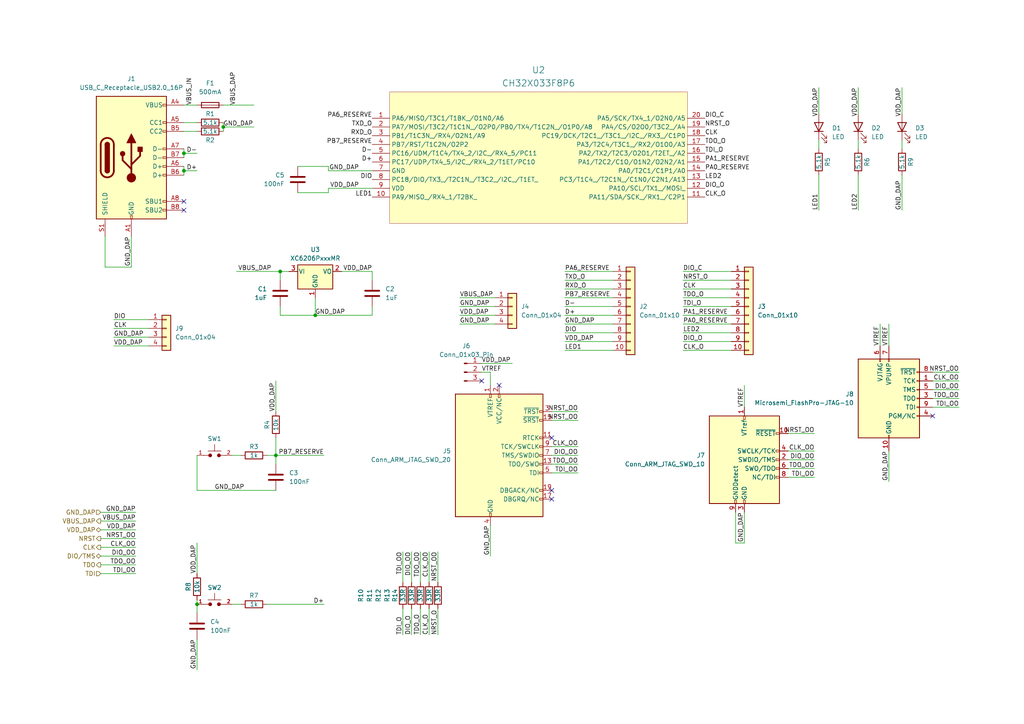
<source format=kicad_sch>
(kicad_sch (version 20231120) (generator "eeschema") (generator_version "8.0")
  (paper "A4")
  (title_block (title "CH32X033F8P6 UltraLowCost DAPLink") (date "2024-06-22") (rev "Origin") (company "Author:Alipay"))
  (lib_symbols
    (symbol "CHXXX:CH32X033F8P6"
      (property "Reference" "U" (at 71.628 0 0))
      (property "Value" "CH32X033F8P6" (at 71.628 -2.54 0))
      (symbol "CH32X033F8P6_1_0"
        (rectangle (start 86.36 0) (end 0 -38.1) (stroke (width 0.0254) (color 128 0 0 1)) (fill (type background)))
        (pin bidirectional line (at -5.08 -7.62 0) (length 5.08) (name "PA6/MISO/T3C1/T1BK_/O1N0/A6") (number "1"))
        (pin bidirectional line (at -5.08 -30.48 0) (length 5.08) (name "PA9/MISO_/RX4_1/T2BK_") (number "10"))
        (pin bidirectional line (at 91.44 -30.48 180) (length 5.08) (name "PA11/SDA/SCK_/RX1_/C2P1") (number "11"))
        (pin bidirectional line (at 91.44 -27.94 180) (length 5.08) (name "PA10/SCL/TX1_/MOSI_") (number "12"))
        (pin bidirectional line (at 91.44 -25.4 180) (length 5.08) (name "PC3/T1C4_/T2C1N_/C1N0/C2N1/A13") (number "13"))
        (pin bidirectional line (at 91.44 -22.86 180) (length 5.08) (name "PA0/T2C1/C1P1/A0") (number "14"))
        (pin bidirectional line (at 91.44 -20.32 180) (length 5.08) (name "PA1/T2C2/C1O/O1N2/O2N2/A1") (number "15"))
        (pin bidirectional line (at 91.44 -17.78 180) (length 5.08) (name "PA2/TX2/T2C3/O2O1/T2ET_/A2") (number "16"))
        (pin bidirectional line (at 91.44 -15.24 180) (length 5.08) (name "PA3/T2C4/T3C1_/RX2/O1O0/A3") (number "17"))
        (pin bidirectional line (at 91.44 -12.7 180) (length 5.08) (name "PC19/DCK/T2C1_/T3C1_/I2C_/RX3_/C1P0") (number "18"))
        (pin bidirectional line (at 91.44 -10.16 180) (length 5.08) (name "PA4/CS/O2O0/T3C2_/A4") (number "19"))
        (pin bidirectional line (at -5.08 -10.16 0) (length 5.08) (name "PA7/MOSI/T3C2/T1C1N_/O2P0/PB0/TX4/T1C2N_/O1P0/A8") (number "2"))
        (pin bidirectional line (at 91.44 -7.62 180) (length 5.08) (name "PA5/SCK/TX4_1/O2N0/A5") (number "20"))
        (pin bidirectional line (at -5.08 -12.7 0) (length 5.08) (name "PB1/T1C3N_/RX4/O2N1/A9") (number "3"))
        (pin bidirectional line (at -5.08 -15.24 0) (length 5.08) (name "PB7/RST/T1C2N/O2P2") (number "4"))
        (pin bidirectional line (at -5.08 -17.78 0) (length 5.08) (name "PC16/UDM/T1C4/TX4_2/I2C_/RX4_5/PC11") (number "5"))
        (pin bidirectional line (at -5.08 -20.32 0) (length 5.08) (name "PC17/UDP/TX4_5/I2C_/RX4_2/T1ET/PC10") (number "6"))
        (pin power_in line (at -5.08 -22.86 0) (length 5.08) (name "GND") (number "7"))
        (pin bidirectional line (at -5.08 -25.4 0) (length 5.08) (name "PC18/DIO/TX3_/T2C1N_/T3C2_/I2C_/T1ET_") (number "8"))
        (pin power_in line (at -5.08 -27.94 0) (length 5.08) (name "VDD") (number "9"))
      )
    )
    (symbol "Connector:Conn_01x03_Pin" (pin_names (offset 1.016) hide)
      (property "Reference" "J" (at 0 5.08 0))
      (property "Value" "Conn_01x03_Pin" (at 0 -5.08 0))
      (symbol "Conn_01x03_Pin_1_1"
        (polyline (pts (xy 1.27 -2.54) (xy 0.8636 -2.54)) (stroke (width 0.1524)))
        (polyline (pts (xy 1.27 0) (xy 0.8636 0)) (stroke (width 0.1524)))
        (polyline (pts (xy 1.27 2.54) (xy 0.8636 2.54)) (stroke (width 0.1524)))
        (rectangle (start 0.8636 -2.413) (end 0 -2.667) (stroke (width 0.1524)) (fill (type outline)))
        (rectangle (start 0.8636 0.127) (end 0 -0.127) (stroke (width 0.1524)) (fill (type outline)))
        (rectangle (start 0.8636 2.667) (end 0 2.413) (stroke (width 0.1524)) (fill (type outline)))
        (pin passive line (at 5.08 2.54 180) (length 3.81) (name "Pin_1") (number "1"))
        (pin passive line (at 5.08 0 180) (length 3.81) (name "Pin_2") (number "2"))
        (pin passive line (at 5.08 -2.54 180) (length 3.81) (name "Pin_3") (number "3"))
      )
    )
    (symbol "Connector:Conn_ARM_JTAG_SWD_10" (pin_names (offset 1.016))
      (property "Reference" "J" (at -2.54 16.51 0))
      (property "Value" "Conn_ARM_JTAG_SWD_10" (at -2.54 13.97 0))
      (symbol "Conn_ARM_JTAG_SWD_10_0_1"
        (rectangle (start -10.16 12.7) (end 10.16 -12.7) (stroke (width 0.254)) (fill (type background)))
        (rectangle (start -2.794 -12.7) (end -2.286 -11.684))
        (rectangle (start -0.254 -12.7) (end 0.254 -11.684))
        (rectangle (start -0.254 12.7) (end 0.254 11.684))
        (rectangle (start 9.144 2.286) (end 10.16 2.794))
        (rectangle (start 10.16 -2.794) (end 9.144 -2.286))
        (rectangle (start 10.16 -0.254) (end 9.144 0.254))
        (rectangle (start 10.16 7.874) (end 9.144 7.366))
      )
      (symbol "Conn_ARM_JTAG_SWD_10_1_1"
        (rectangle (start 9.144 -5.334) (end 10.16 -4.826))
        (pin power_in line (at 0 15.24 270) (length 2.54) (name "VTref") (number "1"))
        (pin open_collector line (at 12.7 7.62 180) (length 2.54) (name "~{RESET}") (number "10"))
        (pin bidirectional line (at 12.7 0 180) (length 2.54) (name "SWDIO/TMS") (number "2"))
        (pin power_in line (at 0 -15.24 90) (length 2.54) (name "GND") (number "3"))
        (pin output line (at 12.7 2.54 180) (length 2.54) (name "SWCLK/TCK") (number "4"))
        (pin passive line (at 0 -15.24 90) (length 2.54) hide (name "GND") (number "5"))
        (pin input line (at 12.7 -2.54 180) (length 2.54) (name "SWO/TDO") (number "6"))
        (pin no_connect line (at -10.16 0 0) (length 2.54) hide (name "KEY") (number "7"))
        (pin output line (at 12.7 -5.08 180) (length 2.54) (name "NC/TDI") (number "8"))
        (pin passive line (at -2.54 -15.24 90) (length 2.54) (name "GNDDetect") (number "9"))
      )
    )
    (symbol "Connector:Conn_ARM_JTAG_SWD_20" (pin_names (offset 1.016))
      (property "Reference" "J" (at -5.08 21.59 0))
      (property "Value" "Conn_ARM_JTAG_SWD_20" (at -5.08 19.05 0))
      (symbol "Conn_ARM_JTAG_SWD_20_0_1"
        (rectangle (start -12.7 17.78) (end 12.7 -17.78) (stroke (width 0.254)) (fill (type background)))
        (rectangle (start -2.794 -17.78) (end -2.286 -16.764))
        (rectangle (start -2.794 17.78) (end -2.286 16.764))
        (rectangle (start -0.254 17.78) (end 0.254 16.764))
        (rectangle (start 11.684 2.286) (end 12.7 2.794))
        (rectangle (start 12.7 -12.446) (end 11.684 -12.954))
        (rectangle (start 12.7 -9.906) (end 11.684 -10.414))
        (rectangle (start 12.7 -2.794) (end 11.684 -2.286))
        (rectangle (start 12.7 -0.254) (end 11.684 0.254))
        (rectangle (start 12.7 4.826) (end 11.684 5.334))
        (rectangle (start 12.7 10.414) (end 11.684 9.906))
        (rectangle (start 12.7 12.954) (end 11.684 12.446))
      )
      (symbol "Conn_ARM_JTAG_SWD_20_1_1"
        (rectangle (start 11.684 -5.334) (end 12.7 -4.826))
        (pin power_in line (at -2.54 20.32 270) (length 2.54) (name "VTREF") (number "1"))
        (pin passive line (at -2.54 -20.32 90) (length 2.54) hide (name "GND") (number "10"))
        (pin input line (at 15.24 5.08 180) (length 2.54) (name "RTCK") (number "11"))
        (pin passive line (at -2.54 -20.32 90) (length 2.54) hide (name "GND") (number "12"))
        (pin input line (at 15.24 -2.54 180) (length 2.54) (name "TDO/SWO") (number "13"))
        (pin passive line (at -2.54 -20.32 90) (length 2.54) hide (name "GND") (number "14"))
        (pin bidirectional line (at 15.24 10.16 180) (length 2.54) (name "~{SRST}") (number "15"))
        (pin passive line (at -2.54 -20.32 90) (length 2.54) hide (name "GND") (number "16"))
        (pin output line (at 15.24 -12.7 180) (length 2.54) (name "DBGRQ/NC") (number "17"))
        (pin passive line (at -2.54 -20.32 90) (length 2.54) hide (name "GND") (number "18"))
        (pin input line (at 15.24 -10.16 180) (length 2.54) (name "DBGACK/NC") (number "19"))
        (pin power_in line (at 0 20.32 270) (length 2.54) (name "VCC/NC") (number "2"))
        (pin passive line (at -2.54 -20.32 90) (length 2.54) hide (name "GND") (number "20"))
        (pin output line (at 15.24 12.7 180) (length 2.54) (name "~{TRST}") (number "3"))
        (pin power_in line (at -2.54 -20.32 90) (length 2.54) (name "GND") (number "4"))
        (pin output line (at 15.24 -5.08 180) (length 2.54) (name "TDI") (number "5"))
        (pin passive line (at -2.54 -20.32 90) (length 2.54) hide (name "GND") (number "6"))
        (pin output line (at 15.24 0 180) (length 2.54) (name "TMS/SWDIO") (number "7"))
        (pin passive line (at -2.54 -20.32 90) (length 2.54) hide (name "GND") (number "8"))
        (pin output line (at 15.24 2.54 180) (length 2.54) (name "TCK/SWCLK") (number "9"))
      )
    )
    (symbol "Connector:Microsemi_FlashPro-JTAG-10" (pin_names (offset 1.016))
      (property "Reference" "J" (at 4.445 12.7 0))
      (property "Value" "Microsemi_FlashPro-JTAG-10" (at 2.54 -12.7 0))
      (symbol "Microsemi_FlashPro-JTAG-10_0_1"
        (rectangle (start -2.667 11.43) (end -2.413 10.668))
        (rectangle (start -0.127 -10.668) (end 0.127 -11.43))
        (rectangle (start -0.127 11.43) (end 0.127 10.668))
        (rectangle (start 8.89 -4.953) (end 8.128 -5.207))
        (rectangle (start 8.89 -2.413) (end 8.128 -2.667))
        (rectangle (start 8.89 0.127) (end 8.128 -0.127))
        (rectangle (start 8.89 2.667) (end 8.128 2.413))
        (rectangle (start 8.89 5.207) (end 8.128 4.953))
        (rectangle (start 8.89 7.747) (end 8.128 7.493))
        (rectangle (start 8.89 11.43) (end -8.89 -11.43) (stroke (width 0.254)) (fill (type background)))
      )
      (symbol "Microsemi_FlashPro-JTAG-10_1_1"
        (pin passive line (at 12.7 5.08 180) (length 3.81) (name "TCK") (number "1"))
        (pin power_in line (at 0 -15.24 90) (length 3.81) (name "GND") (number "10"))
        (pin passive line (at 0 -15.24 90) (length 3.81) hide (name "GND") (number "2"))
        (pin passive line (at 12.7 0 180) (length 3.81) (name "TDO") (number "3"))
        (pin passive line (at 12.7 -5.08 180) (length 3.81) (name "PGM/NC") (number "4"))
        (pin passive line (at 12.7 2.54 180) (length 3.81) (name "TMS") (number "5"))
        (pin power_in line (at -2.54 15.24 270) (length 3.81) (name "VJTAG") (number "6"))
        (pin power_out line (at 0 15.24 270) (length 3.81) (name "VPUMP") (number "7"))
        (pin passive line (at 12.7 7.62 180) (length 3.81) (name "~{TRST}") (number "8"))
        (pin passive line (at 12.7 -2.54 180) (length 3.81) (name "TDI") (number "9"))
      )
    )
    (symbol "Connector:USB_C_Receptacle_USB2.0_16P" (pin_names (offset 1.016))
      (property "Reference" "J" (at 0 22.225 0))
      (property "Value" "USB_C_Receptacle_USB2.0_16P" (at 0 19.685 0))
      (symbol "USB_C_Receptacle_USB2.0_16P_0_0"
        (rectangle (start -0.254 -17.78) (end 0.254 -16.764))
        (rectangle (start 10.16 -14.986) (end 9.144 -15.494))
        (rectangle (start 10.16 -12.446) (end 9.144 -12.954))
        (rectangle (start 10.16 -4.826) (end 9.144 -5.334))
        (rectangle (start 10.16 -2.286) (end 9.144 -2.794))
        (rectangle (start 10.16 0.254) (end 9.144 -0.254))
        (rectangle (start 10.16 2.794) (end 9.144 2.286))
        (rectangle (start 10.16 7.874) (end 9.144 7.366))
        (rectangle (start 10.16 10.414) (end 9.144 9.906))
        (rectangle (start 10.16 15.494) (end 9.144 14.986))
      )
      (symbol "USB_C_Receptacle_USB2.0_16P_0_1"
        (rectangle (start -10.16 17.78) (end 10.16 -17.78) (stroke (width 0.254)) (fill (type background)))
        (arc (start -8.89 -3.81) (mid -6.985 -5.7067) (end -5.08 -3.81) (stroke (width 0.508)))
        (arc (start -7.62 -3.81) (mid -6.985 -4.4423) (end -6.35 -3.81) (stroke (width 0.254)))
        (arc (start -7.62 -3.81) (mid -6.985 -4.4423) (end -6.35 -3.81) (stroke (width 0.254)) (fill (type outline)))
        (rectangle (start -7.62 -3.81) (end -6.35 3.81) (stroke (width 0.254)) (fill (type outline)))
        (arc (start -6.35 3.81) (mid -6.985 4.4423) (end -7.62 3.81) (stroke (width 0.254)))
        (arc (start -6.35 3.81) (mid -6.985 4.4423) (end -7.62 3.81) (stroke (width 0.254)) (fill (type outline)))
        (arc (start -5.08 3.81) (mid -6.985 5.7067) (end -8.89 3.81) (stroke (width 0.508)))
        (circle (center -2.54 1.143) (radius 0.635) (stroke (width 0.254)) (fill (type outline)))
        (circle (center 0 -5.842) (radius 1.27) (fill (type outline)))
        (polyline (pts (xy -8.89 -3.81) (xy -8.89 3.81)) (stroke (width 0.508)))
        (polyline (pts (xy -5.08 3.81) (xy -5.08 -3.81)) (stroke (width 0.508)))
        (polyline (pts (xy 0 -5.842) (xy 0 4.318)) (stroke (width 0.508)))
        (polyline (pts (xy 0 -3.302) (xy -2.54 -0.762) (xy -2.54 0.508)) (stroke (width 0.508)))
        (polyline (pts (xy 0 -2.032) (xy 2.54 0.508) (xy 2.54 1.778)) (stroke (width 0.508)))
        (polyline (pts (xy -1.27 4.318) (xy 0 6.858) (xy 1.27 4.318) (xy -1.27 4.318)) (stroke (width 0.254)) (fill (type outline)))
        (rectangle (start 1.905 1.778) (end 3.175 3.048) (stroke (width 0.254)) (fill (type outline)))
      )
      (symbol "USB_C_Receptacle_USB2.0_16P_1_1"
        (pin passive line (at 0 -22.86 90) (length 5.08) (name "GND") (number "A1"))
        (pin passive line (at 0 -22.86 90) (length 5.08) hide (name "GND") (number "A12"))
        (pin passive line (at 15.24 15.24 180) (length 5.08) (name "VBUS") (number "A4"))
        (pin bidirectional line (at 15.24 10.16 180) (length 5.08) (name "CC1") (number "A5"))
        (pin bidirectional line (at 15.24 -2.54 180) (length 5.08) (name "D+") (number "A6"))
        (pin bidirectional line (at 15.24 2.54 180) (length 5.08) (name "D-") (number "A7"))
        (pin bidirectional line (at 15.24 -12.7 180) (length 5.08) (name "SBU1") (number "A8"))
        (pin passive line (at 15.24 15.24 180) (length 5.08) hide (name "VBUS") (number "A9"))
        (pin passive line (at 0 -22.86 90) (length 5.08) hide (name "GND") (number "B1"))
        (pin passive line (at 0 -22.86 90) (length 5.08) hide (name "GND") (number "B12"))
        (pin passive line (at 15.24 15.24 180) (length 5.08) hide (name "VBUS") (number "B4"))
        (pin bidirectional line (at 15.24 7.62 180) (length 5.08) (name "CC2") (number "B5"))
        (pin bidirectional line (at 15.24 -5.08 180) (length 5.08) (name "D+") (number "B6"))
        (pin bidirectional line (at 15.24 0 180) (length 5.08) (name "D-") (number "B7"))
        (pin bidirectional line (at 15.24 -15.24 180) (length 5.08) (name "SBU2") (number "B8"))
        (pin passive line (at 15.24 15.24 180) (length 5.08) hide (name "VBUS") (number "B9"))
        (pin passive line (at -7.62 -22.86 90) (length 5.08) (name "SHIELD") (number "S1"))
      )
    )
    (symbol "Connector_Generic:Conn_01x04" (pin_names (offset 1.016) hide)
      (property "Reference" "J" (at 0 5.08 0))
      (property "Value" "Conn_01x04" (at 0 -7.62 0))
      (symbol "Conn_01x04_1_1"
        (rectangle (start -1.27 -4.953) (end 0 -5.207) (stroke (width 0.1524)))
        (rectangle (start -1.27 -2.413) (end 0 -2.667) (stroke (width 0.1524)))
        (rectangle (start -1.27 0.127) (end 0 -0.127) (stroke (width 0.1524)))
        (rectangle (start -1.27 2.667) (end 0 2.413) (stroke (width 0.1524)))
        (rectangle (start -1.27 3.81) (end 1.27 -6.35) (stroke (width 0.254)) (fill (type background)))
        (pin passive line (at -5.08 2.54 0) (length 3.81) (name "Pin_1") (number "1"))
        (pin passive line (at -5.08 0 0) (length 3.81) (name "Pin_2") (number "2"))
        (pin passive line (at -5.08 -2.54 0) (length 3.81) (name "Pin_3") (number "3"))
        (pin passive line (at -5.08 -5.08 0) (length 3.81) (name "Pin_4") (number "4"))
      )
    )
    (symbol "Connector_Generic:Conn_01x10" (pin_names (offset 1.016) hide)
      (property "Reference" "J" (at 0 12.7 0))
      (property "Value" "Conn_01x10" (at 0 -15.24 0))
      (symbol "Conn_01x10_1_1"
        (rectangle (start -1.27 -12.573) (end 0 -12.827) (stroke (width 0.1524)))
        (rectangle (start -1.27 -10.033) (end 0 -10.287) (stroke (width 0.1524)))
        (rectangle (start -1.27 -7.493) (end 0 -7.747) (stroke (width 0.1524)))
        (rectangle (start -1.27 -4.953) (end 0 -5.207) (stroke (width 0.1524)))
        (rectangle (start -1.27 -2.413) (end 0 -2.667) (stroke (width 0.1524)))
        (rectangle (start -1.27 0.127) (end 0 -0.127) (stroke (width 0.1524)))
        (rectangle (start -1.27 2.667) (end 0 2.413) (stroke (width 0.1524)))
        (rectangle (start -1.27 5.207) (end 0 4.953) (stroke (width 0.1524)))
        (rectangle (start -1.27 7.747) (end 0 7.493) (stroke (width 0.1524)))
        (rectangle (start -1.27 10.287) (end 0 10.033) (stroke (width 0.1524)))
        (rectangle (start -1.27 11.43) (end 1.27 -13.97) (stroke (width 0.254)) (fill (type background)))
        (pin passive line (at -5.08 10.16 0) (length 3.81) (name "Pin_1") (number "1"))
        (pin passive line (at -5.08 -12.7 0) (length 3.81) (name "Pin_10") (number "10"))
        (pin passive line (at -5.08 7.62 0) (length 3.81) (name "Pin_2") (number "2"))
        (pin passive line (at -5.08 5.08 0) (length 3.81) (name "Pin_3") (number "3"))
        (pin passive line (at -5.08 2.54 0) (length 3.81) (name "Pin_4") (number "4"))
        (pin passive line (at -5.08 0 0) (length 3.81) (name "Pin_5") (number "5"))
        (pin passive line (at -5.08 -2.54 0) (length 3.81) (name "Pin_6") (number "6"))
        (pin passive line (at -5.08 -5.08 0) (length 3.81) (name "Pin_7") (number "7"))
        (pin passive line (at -5.08 -7.62 0) (length 3.81) (name "Pin_8") (number "8"))
        (pin passive line (at -5.08 -10.16 0) (length 3.81) (name "Pin_9") (number "9"))
      )
    )
    (symbol "Device:C" (pin_numbers hide) (pin_names (offset 0.254))
      (property "Reference" "C" (at 0.635 2.54 0))
      (property "Value" "C" (at 0.635 -2.54 0))
      (symbol "C_0_1"
        (polyline (pts (xy -2.032 -0.762) (xy 2.032 -0.762)) (stroke (width 0.508)))
        (polyline (pts (xy -2.032 0.762) (xy 2.032 0.762)) (stroke (width 0.508)))
      )
      (symbol "C_1_1"
        (pin passive line (at 0 3.81 270) (length 2.794) (name "~") (number "1"))
        (pin passive line (at 0 -3.81 90) (length 2.794) (name "~") (number "2"))
      )
    )
    (symbol "Device:Fuse" (pin_numbers hide) (pin_names (offset 0))
      (property "Reference" "F" (at 2.032 0 90))
      (property "Value" "Fuse" (at -1.905 0 90))
      (symbol "Fuse_0_1"
        (rectangle (start -0.762 -2.54) (end 0.762 2.54) (stroke (width 0.254)))
        (polyline (pts (xy 0 2.54) (xy 0 -2.54)))
      )
      (symbol "Fuse_1_1"
        (pin passive line (at 0 3.81 270) (length 1.27) (name "~") (number "1"))
        (pin passive line (at 0 -3.81 90) (length 1.27) (name "~") (number "2"))
      )
    )
    (symbol "Device:LED" (pin_numbers hide) (pin_names (offset 1.016) hide)
      (property "Reference" "D" (at 0 2.54 0))
      (property "Value" "LED" (at 0 -2.54 0))
      (symbol "LED_0_1"
        (polyline (pts (xy -1.27 -1.27) (xy -1.27 1.27)) (stroke (width 0.254)))
        (polyline (pts (xy -1.27 0) (xy 1.27 0)))
        (polyline (pts (xy 1.27 -1.27) (xy 1.27 1.27) (xy -1.27 0) (xy 1.27 -1.27)) (stroke (width 0.254)))
        (polyline (pts (xy -3.048 -0.762) (xy -4.572 -2.286) (xy -3.81 -2.286) (xy -4.572 -2.286) (xy -4.572 -1.524)))
        (polyline (pts (xy -1.778 -0.762) (xy -3.302 -2.286) (xy -2.54 -2.286) (xy -3.302 -2.286) (xy -3.302 -1.524)))
      )
      (symbol "LED_1_1"
        (pin passive line (at -3.81 0 0) (length 2.54) (name "K") (number "1"))
        (pin passive line (at 3.81 0 180) (length 2.54) (name "A") (number "2"))
      )
    )
    (symbol "Device:R" (pin_numbers hide) (pin_names (offset 0))
      (property "Reference" "R" (at 2.032 0 90))
      (property "Value" "R" (at 0 0 90))
      (symbol "R_0_1"
        (rectangle (start -1.016 -2.54) (end 1.016 2.54) (stroke (width 0.254)))
      )
      (symbol "R_1_1"
        (pin passive line (at 0 3.81 270) (length 1.27) (name "~") (number "1"))
        (pin passive line (at 0 -3.81 90) (length 1.27) (name "~") (number "2"))
      )
    )
    (symbol "PCM_SL_Devices:Push_Button"
      (property "Reference" "SW" (at 0 6.35 0))
      (property "Value" "Push_Button" (at 0 4.445 0))
      (symbol "Push_Button_0_1"
        (circle (center -1.27 0) (radius 0.4579) (fill (type outline)))
        (polyline (pts (xy -3.175 0) (xy -1.778 0)))
        (polyline (pts (xy -1.905 1.27) (xy 1.905 1.27)))
        (polyline (pts (xy 0 1.27) (xy 0 3.175)))
        (polyline (pts (xy 1.778 0) (xy 3.175 0)))
        (circle (center 1.27 0) (radius 0.4579) (fill (type outline)))
      )
      (symbol "Push_Button_1_1"
        (pin passive line (at -5.08 0 0) (length 2) (name "") (number "1"))
        (pin passive line (at 5.08 0 180) (length 2) (name "") (number "2"))
      )
    )
    (symbol "Regulator_Linear:XC6206PxxxMR" (pin_names (offset 0.254))
      (property "Reference" "U" (at -3.81 3.175 0))
      (property "Value" "XC6206PxxxMR" (at 0 3.175 0))
      (symbol "XC6206PxxxMR_0_1"
        (rectangle (start -5.08 1.905) (end 5.08 -5.08) (stroke (width 0.254)) (fill (type background)))
      )
      (symbol "XC6206PxxxMR_1_1"
        (pin power_in line (at 0 -7.62 90) (length 2.54) (name "GND") (number "1"))
        (pin power_out line (at 7.62 0 180) (length 2.54) (name "VO") (number "2"))
        (pin power_in line (at -7.62 0 0) (length 2.54) (name "VI") (number "3"))
      )
    )
  )
  (junction (at 64.77 36.83))
  (junction (at 57.15 175.26))
  (junction (at 80.01 132.08))
  (junction (at 91.44 91.44))
  (junction (at 81.28 78.74))
  (junction (at 53.34 44.45))
  (junction (at 53.34 49.53))
  (no_connect (at 139.7 110.49))
  (no_connect (at 53.34 58.42))
  (no_connect (at 160.02 142.24))
  (no_connect (at 144.78 111.76))
  (no_connect (at 160.02 127))
  (no_connect (at 160.02 144.78))
  (no_connect (at 270.51 120.65))
  (no_connect (at 53.34 60.96))
  (wire (pts (xy 215.9 157.48) (xy 213.36 157.48)))
  (wire (pts (xy 86.36 55.88) (xy 95.25 55.88)))
  (wire (pts (xy 95.25 49.53) (xy 107.95 49.53)))
  (wire (pts (xy 237.49 25.4) (xy 237.49 33.02)))
  (wire (pts (xy 107.95 78.74) (xy 99.06 78.74)))
  (wire (pts (xy 261.62 40.64) (xy 261.62 43.18)))
  (wire (pts (xy 53.34 38.1) (xy 57.15 38.1)))
  (wire (pts (xy 80.01 127) (xy 80.01 132.08)))
  (wire (pts (xy 91.44 86.36) (xy 91.44 91.44)))
  (wire (pts (xy 95.25 55.88) (xy 95.25 54.61)))
  (wire (pts (xy 80.01 110.49) (xy 80.01 119.38)))
  (wire (pts (xy 57.15 157.48) (xy 57.15 166.37)))
  (wire (pts (xy 278.13 113.03) (xy 270.51 113.03)))
  (wire (pts (xy 38.1 68.58) (xy 38.1 77.47)))
  (wire (pts (xy 95.25 48.26) (xy 95.25 49.53)))
  (wire (pts (xy 81.28 91.44) (xy 81.28 88.9)))
  (wire (pts (xy 116.84 160.02) (xy 116.84 168.91)))
  (wire (pts (xy 57.15 142.24) (xy 80.01 142.24)))
  (wire (pts (xy 57.15 49.53) (xy 53.34 49.53)))
  (wire (pts (xy 142.24 111.76) (xy 142.24 107.95)))
  (wire (pts (xy 257.81 93.98) (xy 257.81 100.33)))
  (wire (pts (xy 237.49 40.64) (xy 237.49 43.18)))
  (wire (pts (xy 261.62 25.4) (xy 261.62 33.02)))
  (wire (pts (xy 57.15 173.99) (xy 57.15 175.26)))
  (wire (pts (xy 124.46 160.02) (xy 124.46 168.91)))
  (wire (pts (xy 29.21 153.67) (xy 39.37 153.67)))
  (wire (pts (xy 67.31 175.26) (xy 69.85 175.26)))
  (wire (pts (xy 121.92 184.15) (xy 121.92 176.53)))
  (wire (pts (xy 257.81 130.81) (xy 257.81 139.7)))
  (wire (pts (xy 64.77 35.56) (xy 64.77 36.83)))
  (wire (pts (xy 57.15 185.42) (xy 57.15 194.31)))
  (wire (pts (xy 39.37 148.59) (xy 29.21 148.59)))
  (wire (pts (xy 81.28 81.28) (xy 81.28 78.74)))
  (wire (pts (xy 163.83 93.98) (xy 177.8 93.98)))
  (wire (pts (xy 29.21 166.37) (xy 39.37 166.37)))
  (wire (pts (xy 163.83 83.82) (xy 177.8 83.82)))
  (wire (pts (xy 29.21 163.83) (xy 39.37 163.83)))
  (wire (pts (xy 119.38 184.15) (xy 119.38 176.53)))
  (wire (pts (xy 198.12 99.06) (xy 212.09 99.06)))
  (wire (pts (xy 213.36 157.48) (xy 213.36 148.59)))
  (wire (pts (xy 236.22 135.89) (xy 228.6 135.89)))
  (wire (pts (xy 64.77 30.48) (xy 73.66 30.48)))
  (wire (pts (xy 107.95 91.44) (xy 107.95 88.9)))
  (wire (pts (xy 163.83 91.44) (xy 177.8 91.44)))
  (wire (pts (xy 198.12 93.98) (xy 212.09 93.98)))
  (wire (pts (xy 53.34 35.56) (xy 57.15 35.56)))
  (wire (pts (xy 142.24 152.4) (xy 142.24 161.29)))
  (wire (pts (xy 80.01 134.62) (xy 80.01 132.08)))
  (wire (pts (xy 198.12 78.74) (xy 212.09 78.74)))
  (wire (pts (xy 198.12 101.6) (xy 212.09 101.6)))
  (wire (pts (xy 163.83 96.52) (xy 177.8 96.52)))
  (wire (pts (xy 95.25 54.61) (xy 107.95 54.61)))
  (wire (pts (xy 163.83 78.74) (xy 177.8 78.74)))
  (wire (pts (xy 77.47 132.08) (xy 80.01 132.08)))
  (wire (pts (xy 198.12 91.44) (xy 212.09 91.44)))
  (wire (pts (xy 142.24 107.95) (xy 139.7 107.95)))
  (wire (pts (xy 33.02 95.25) (xy 43.18 95.25)))
  (wire (pts (xy 237.49 50.8) (xy 237.49 60.96)))
  (wire (pts (xy 67.31 132.08) (xy 69.85 132.08)))
  (wire (pts (xy 255.27 93.98) (xy 255.27 100.33)))
  (wire (pts (xy 64.77 36.83) (xy 73.66 36.83)))
  (wire (pts (xy 77.47 175.26) (xy 93.98 175.26)))
  (wire (pts (xy 167.64 129.54) (xy 160.02 129.54)))
  (wire (pts (xy 198.12 86.36) (xy 212.09 86.36)))
  (wire (pts (xy 248.92 50.8) (xy 248.92 60.96)))
  (wire (pts (xy 53.34 44.45) (xy 53.34 45.72)))
  (wire (pts (xy 57.15 132.08) (xy 57.15 142.24)))
  (wire (pts (xy 68.58 78.74) (xy 81.28 78.74)))
  (wire (pts (xy 29.21 156.21) (xy 39.37 156.21)))
  (wire (pts (xy 53.34 44.45) (xy 53.34 43.18)))
  (wire (pts (xy 163.83 81.28) (xy 177.8 81.28)))
  (wire (pts (xy 30.48 77.47) (xy 30.48 68.58)))
  (wire (pts (xy 127 176.53) (xy 127 184.15)))
  (wire (pts (xy 57.15 177.8) (xy 57.15 175.26)))
  (wire (pts (xy 133.35 86.36) (xy 143.51 86.36)))
  (wire (pts (xy 33.02 100.33) (xy 43.18 100.33)))
  (wire (pts (xy 198.12 96.52) (xy 212.09 96.52)))
  (wire (pts (xy 163.83 101.6) (xy 177.8 101.6)))
  (wire (pts (xy 278.13 110.49) (xy 270.51 110.49)))
  (wire (pts (xy 236.22 125.73) (xy 228.6 125.73)))
  (wire (pts (xy 80.01 132.08) (xy 93.98 132.08)))
  (wire (pts (xy 33.02 92.71) (xy 43.18 92.71)))
  (wire (pts (xy 91.44 91.44) (xy 107.95 91.44)))
  (wire (pts (xy 53.34 49.53) (xy 53.34 50.8)))
  (wire (pts (xy 39.37 158.75) (xy 29.21 158.75)))
  (wire (pts (xy 107.95 78.74) (xy 107.95 81.28)))
  (wire (pts (xy 167.64 119.38) (xy 160.02 119.38)))
  (wire (pts (xy 64.77 36.83) (xy 64.77 38.1)))
  (wire (pts (xy 278.13 107.95) (xy 270.51 107.95)))
  (wire (pts (xy 236.22 130.81) (xy 228.6 130.81)))
  (wire (pts (xy 139.7 105.41) (xy 148.59 105.41)))
  (wire (pts (xy 163.83 86.36) (xy 177.8 86.36)))
  (wire (pts (xy 81.28 78.74) (xy 83.82 78.74)))
  (wire (pts (xy 133.35 93.98) (xy 143.51 93.98)))
  (wire (pts (xy 278.13 115.57) (xy 270.51 115.57)))
  (wire (pts (xy 167.64 134.62) (xy 160.02 134.62)))
  (wire (pts (xy 121.92 160.02) (xy 121.92 168.91)))
  (wire (pts (xy 119.38 160.02) (xy 119.38 168.91)))
  (wire (pts (xy 248.92 40.64) (xy 248.92 43.18)))
  (wire (pts (xy 215.9 111.76) (xy 215.9 118.11)))
  (wire (pts (xy 163.83 99.06) (xy 177.8 99.06)))
  (wire (pts (xy 167.64 132.08) (xy 160.02 132.08)))
  (wire (pts (xy 29.21 161.29) (xy 39.37 161.29)))
  (wire (pts (xy 133.35 91.44) (xy 143.51 91.44)))
  (wire (pts (xy 124.46 184.15) (xy 124.46 176.53)))
  (wire (pts (xy 163.83 88.9) (xy 177.8 88.9)))
  (wire (pts (xy 215.9 148.59) (xy 215.9 157.48)))
  (wire (pts (xy 133.35 88.9) (xy 143.51 88.9)))
  (wire (pts (xy 38.1 77.47) (xy 30.48 77.47)))
  (wire (pts (xy 29.21 151.13) (xy 39.37 151.13)))
  (wire (pts (xy 33.02 97.79) (xy 43.18 97.79)))
  (wire (pts (xy 198.12 81.28) (xy 212.09 81.28)))
  (wire (pts (xy 91.44 91.44) (xy 81.28 91.44)))
  (wire (pts (xy 198.12 88.9) (xy 212.09 88.9)))
  (wire (pts (xy 116.84 184.15) (xy 116.84 176.53)))
  (wire (pts (xy 53.34 49.53) (xy 53.34 48.26)))
  (wire (pts (xy 167.64 121.92) (xy 160.02 121.92)))
  (wire (pts (xy 248.92 25.4) (xy 248.92 33.02)))
  (wire (pts (xy 86.36 48.26) (xy 95.25 48.26)))
  (wire (pts (xy 236.22 138.43) (xy 228.6 138.43)))
  (wire (pts (xy 57.15 44.45) (xy 53.34 44.45)))
  (wire (pts (xy 198.12 83.82) (xy 212.09 83.82)))
  (wire (pts (xy 53.34 30.48) (xy 57.15 30.48)))
  (wire (pts (xy 236.22 133.35) (xy 228.6 133.35)))
  (wire (pts (xy 127 160.02) (xy 127 168.91)))
  (wire (pts (xy 167.64 137.16) (xy 160.02 137.16)))
  (wire (pts (xy 278.13 118.11) (xy 270.51 118.11)))
  (wire (pts (xy 261.62 50.8) (xy 261.62 60.96)))
  (label "LED1" (at 107.95 57.15 180))
  (label "DIO_C" (at 198.12 78.74 0))
  (label "VBUS_DAP" (at 133.35 86.36 0))
  (label "CLK" (at 198.12 83.82 0))
  (label "VTREF" (at 255.27 100.33 90))
  (label "TDI_O" (at 198.12 88.9 0))
  (label "TDO_OO" (at 236.22 135.89 180))
  (label "DIO_OO" (at 119.38 160.02 270))
  (label "PA1_RESERVE" (at 198.12 91.44 0))
  (label "CLK" (at 204.47 39.37 0))
  (label "DIO_OO" (at 278.13 113.03 180))
  (label "VDD_DAP" (at 104.14 54.61 180))
  (label "CLK_OO" (at 39.37 158.75 180))
  (label "D+" (at 163.83 91.44 0))
  (label "NRST_OO" (at 39.37 156.21 180))
  (label "TDI_O" (at 204.47 44.45 0))
  (label "CLK" (at 33.02 95.25 0))
  (label "PA0_RESERVE" (at 204.47 49.53 0))
  (label "TDI_O" (at 116.84 184.15 90))
  (label "D-" (at 163.83 88.9 0))
  (label "CLK_OO" (at 167.64 129.54 180))
  (label "NRST_OO" (at 167.64 121.92 180))
  (label "VBUS_DAP" (at 68.58 30.48 90))
  (label "DIO_OO" (at 236.22 133.35 180))
  (label "GND_DAP" (at 261.62 60.96 90))
  (label "VBUS_DAP" (at 39.37 151.13 180))
  (label "GND_DAP" (at 133.35 93.98 0))
  (label "D-" (at 57.15 44.45 180))
  (label "TDI_OO" (at 167.64 137.16 180))
  (label "GND_DAP" (at 91.44 91.44 0))
  (label "TDO_OO" (at 39.37 163.83 180))
  (label "TDO_O" (at 204.47 41.91 0))
  (label "PB7_RESERVE" (at 107.95 41.91 180))
  (label "VDD_DAP" (at 57.15 166.37 90))
  (label "PA0_RESERVE" (at 198.12 93.98 0))
  (label "D+" (at 107.95 46.99 180))
  (label "PA1_RESERVE" (at 204.47 46.99 0))
  (label "GND_DAP" (at 257.81 130.81 270))
  (label "GND_DAP" (at 215.9 148.59 270))
  (label "CLK_OO" (at 236.22 130.81 180))
  (label "PB7_RESERVE" (at 163.83 86.36 0))
  (label "TDI_OO" (at 39.37 166.37 180))
  (label "GND_DAP" (at 33.02 97.79 0))
  (label "VDD_DAP" (at 39.37 153.67 180))
  (label "GND_DAP" (at 163.83 93.98 0))
  (label "CLK_OO" (at 278.13 110.49 180))
  (label "LED2" (at 198.12 96.52 0))
  (label "CLK_O" (at 204.47 57.15 0))
  (label "GND_DAP" (at 38.1 68.58 270))
  (label "DIO_OO" (at 167.64 132.08 180))
  (label "VDD_DAP" (at 237.49 25.4 270))
  (label "VTREF" (at 215.9 118.11 90))
  (label "TDO_O" (at 121.92 184.15 90))
  (label "TDI_OO" (at 278.13 118.11 180))
  (label "VDD_DAP" (at 33.02 100.33 0))
  (label "LED1" (at 163.83 101.6 0))
  (label "DIO_O" (at 198.12 99.06 0))
  (label "LED2" (at 204.47 52.07 0))
  (label "DIO_O" (at 204.47 54.61 0))
  (label "VDD_DAP" (at 248.92 25.4 270))
  (label "TDO_OO" (at 121.92 160.02 270))
  (label "VDD_DAP" (at 80.01 119.38 90))
  (label "D-" (at 107.95 44.45 180))
  (label "DIO" (at 163.83 96.52 0))
  (label "RXD_O" (at 163.83 83.82 0))
  (label "GND_DAP" (at 133.35 88.9 0))
  (label "GND_DAP" (at 104.14 49.53 180))
  (label "DIO_OO" (at 39.37 161.29 180))
  (label "PA6_RESERVE" (at 163.83 78.74 0))
  (label "DIO" (at 107.95 52.07 180))
  (label "NRST_O" (at 127 184.15 90))
  (label "VDD_DAP" (at 261.62 25.4 270))
  (label "DIO_O" (at 119.38 184.15 90))
  (label "NRST_O" (at 204.47 36.83 0))
  (label "D+" (at 93.98 175.26 180))
  (label "TXD_O" (at 107.95 36.83 180))
  (label "NRST_OO" (at 167.64 119.38 180))
  (label "VBUS_IN" (at 55.88 30.48 90))
  (label "TDO_OO" (at 167.64 134.62 180))
  (label "TDO_O" (at 198.12 86.36 0))
  (label "GND_DAP" (at 62.23 142.24 0))
  (label "CLK_O" (at 124.46 184.15 90))
  (label "NRST_O" (at 198.12 81.28 0))
  (label "NRST_OO" (at 127 160.02 270))
  (label "RXD_O" (at 107.95 39.37 180))
  (label "TDI_OO" (at 116.84 160.02 270))
  (label "TXD_O" (at 163.83 81.28 0))
  (label "GND_DAP" (at 39.37 148.59 180))
  (label "VDD_DAP" (at 107.95 78.74 180))
  (label "CLK_O" (at 198.12 101.6 0))
  (label "VBUS_DAP" (at 78.74 78.74 180))
  (label "GND_DAP" (at 142.24 152.4 270))
  (label "PA6_RESERVE" (at 107.95 34.29 180))
  (label "GND_DAP" (at 57.15 185.42 270))
  (label "TDO_OO" (at 278.13 115.57 180))
  (label "D+" (at 57.15 49.53 180))
  (label "DIO" (at 33.02 92.71 0))
  (label "LED2" (at 248.92 60.96 90))
  (label "CLK_OO" (at 124.46 160.02 270))
  (label "VTREF" (at 257.81 100.33 90))
  (label "VDD_DAP" (at 163.83 99.06 0))
  (label "LED1" (at 237.49 60.96 90))
  (label "VTREF" (at 139.7 107.95 0))
  (label "VDD_DAP" (at 139.7 105.41 0))
  (label "NRST_OO" (at 278.13 107.95 180))
  (label "VDD_DAP" (at 133.35 91.44 0))
  (label "TDI_OO" (at 236.22 138.43 180))
  (label "DIO_C" (at 204.47 34.29 0))
  (label "NRST_OO" (at 236.22 125.73 180))
  (label "PB7_RESERVE" (at 93.98 132.08 180))
  (label "GND_DAP" (at 64.77 36.83 0))
  (hierarchical_label "NRST" (shape output) (at 29.21 156.21 180))
  (hierarchical_label "GND_DAP" (shape input) (at 29.21 148.59 180))
  (hierarchical_label "VBUS_DAP" (shape output) (at 29.21 151.13 180))
  (hierarchical_label "TDI" (shape input) (at 29.21 166.37 180))
  (hierarchical_label "CLK" (shape output) (at 29.21 158.75 180))
  (hierarchical_label "TDO" (shape output) (at 29.21 163.83 180))
  (hierarchical_label "DIO{slash}TMS" (shape bidirectional) (at 29.21 161.29 180))
  (hierarchical_label "VDD_DAP" (shape bidirectional) (at 29.21 153.67 180))
  (symbol (lib_id "Device:R") (at 261.62 46.99 0) (mirror x) (unit 1)
    (property "Reference" "R9" (at 264.16 46.99 90))
    (property "Value" "5.1k" (at 261.62 46.99 90))
    (property "Footprint" "Resistor_SMD:R_0603_1608Metric" (effects (hide yes)))
    (property "Description" "Resistor" (effects (hide yes)))
  )
  (symbol (lib_id "Connector:Conn_ARM_JTAG_SWD_20") (at 144.78 132.08 0) (unit 1)
    (property "Reference" "J5" (at 130.81 130.8099 0) (effects (justify right)))
    (property "Value" "Conn_ARM_JTAG_SWD_20" (at 130.81 133.3499 0) (effects (justify right)))
    (property "Footprint" "Connector_IDC:IDC-Header_2x10_P2.54mm_Vertical" (effects (hide yes)))
    (property "Datasheet" "http://infocenter.arm.com/help/topic/com.arm.doc.dui0499b/DUI0499B_system_design_reference.pdf" (effects (hide yes)))
    (property "Description" "Standard IDC20 Pinheader Connector, ARM legacy JTAG and SWD interface" (effects (hide yes)))
  )
  (symbol (lib_id "Connector:USB_C_Receptacle_USB2.0_16P") (at 38.1 45.72 0) (unit 1)
    (property "Reference" "J1" (at 38.1 22.86 0))
    (property "Value" "USB_C_Receptacle_USB2.0_16P" (at 38.1 25.4 0))
    (property "Footprint" "Connector_USB:USB_C_Receptacle_GCT_USB4105-xx-A_16P_TopMnt_Horizontal" (effects (hide yes)))
    (property "Datasheet" "https://www.usb.org/sites/default/files/documents/usb_type-c.zip" (effects (hide yes)))
    (property "Description" "USB 2.0-only 16P Type-C Receptacle connector" (effects (hide yes)))
  )
  (symbol (lib_id "Device:C") (at 57.15 181.61 180) (unit 1)
    (property "Reference" "C4" (at 60.96 180.34 0) (effects (justify right)))
    (property "Value" "100nF" (at 60.96 182.88 0) (effects (justify right)))
    (property "Footprint" "Capacitor_SMD:C_0603_1608Metric" (effects (hide yes)))
  )
  (symbol (lib_id "Device:Fuse") (at 60.96 30.48 90) (unit 1)
    (property "Reference" "F1" (at 60.96 24.13 90))
    (property "Value" "500mA" (at 60.96 26.67 90))
    (property "Footprint" "Fuse:Fuse_0603_1608Metric" (effects (hide yes)))
    (property "Description" "Fuse" (effects (hide yes)))
  )
  (symbol (lib_id "Device:C") (at 81.28 85.09 0) (unit 1)
    (property "Reference" "C1" (at 77.47 83.8199 0) (effects (justify right)))
    (property "Value" "1uF" (at 77.47 86.3599 0) (effects (justify right)))
    (property "Footprint" "Capacitor_SMD:C_0603_1608Metric" (effects (hide yes)))
    (property "Description" "Unpolarized capacitor" (effects (hide yes)))
  )
  (symbol (lib_id "Device:R") (at 73.66 132.08 90) (unit 1)
    (property "Reference" "R3" (at 73.66 129.54 90))
    (property "Value" "1k" (at 73.66 132.08 90))
    (property "Footprint" "Resistor_SMD:R_0603_1608Metric" (effects (hide yes)))
  )
  (symbol (lib_id "Device:R") (at 127 172.72 180) (unit 1)
    (property "Reference" "R14" (at 114.554 172.72 90))
    (property "Value" "33R" (at 127 172.72 90))
    (property "Footprint" "Resistor_SMD:R_0603_1608Metric" (effects (hide yes)))
  )
  (symbol (lib_id "Connector_Generic:Conn_01x10") (at 182.88 88.9 0) (unit 1)
    (property "Reference" "J2" (at 185.42 88.8999 0) (effects (justify left)))
    (property "Value" "Conn_01x10" (at 185.42 91.4399 0) (effects (justify left)))
    (property "Footprint" "Connector_PinHeader_2.54mm:PinHeader_1x10_P2.54mm_Vertical" (effects (hide yes)))
    (property "Description" "Generic connector, single row, 01x10, script generated (kicad-library-utils/schlib/autogen/connector/)" (effects (hide yes)))
  )
  (symbol (lib_id "Device:R") (at 60.96 38.1 90) (mirror x) (unit 1)
    (property "Reference" "R2" (at 60.96 40.64 90))
    (property "Value" "5.1k" (at 60.96 38.1 90))
    (property "Footprint" "Resistor_SMD:R_0603_1608Metric" (effects (hide yes)))
    (property "Description" "Resistor" (effects (hide yes)))
  )
  (symbol (lib_id "Connector:Conn_01x03_Pin") (at 134.62 107.95 0) (unit 1)
    (property "Reference" "J6" (at 135.255 100.33 0))
    (property "Value" "Conn_01x03_Pin" (at 135.255 102.87 0))
    (property "Footprint" "Connector_PinHeader_2.54mm:PinHeader_1x03_P2.54mm_Vertical" (effects (hide yes)))
    (property "Description" "Generic connector, single row, 01x03, script generated" (effects (hide yes)))
  )
  (symbol (lib_id "Device:R") (at 73.66 175.26 90) (unit 1)
    (property "Reference" "R7" (at 73.66 172.72 90))
    (property "Value" "1k" (at 73.66 175.26 90))
    (property "Footprint" "Resistor_SMD:R_0603_1608Metric" (effects (hide yes)))
  )
  (symbol (lib_id "PCM_SL_Devices:Push_Button") (at 62.23 175.26 0) (unit 1)
    (property "Reference" "SW2" (at 62.23 170.434 0))
    (property "Value" "Push_Button" (effects (hide yes)))
    (property "Footprint" "Button_Switch_SMD:SW_SPST_PTS810" (effects (hide yes)))
    (property "Description" "Common 6mmx6mm Push Button" (effects (hide yes)))
  )
  (symbol (lib_id "Device:R") (at 124.46 172.72 180) (unit 1)
    (property "Reference" "R13" (at 112.268 172.72 90))
    (property "Value" "33R" (at 124.46 172.72 90))
    (property "Footprint" "Resistor_SMD:R_0603_1608Metric" (effects (hide yes)))
  )
  (symbol (lib_id "Device:R") (at 57.15 170.18 180) (unit 1)
    (property "Reference" "R8" (at 54.61 170.18 90))
    (property "Value" "10k" (at 57.15 170.18 90))
    (property "Footprint" "Resistor_SMD:R_0603_1608Metric" (effects (hide yes)))
  )
  (symbol (lib_id "Device:R") (at 248.92 46.99 0) (mirror x) (unit 1)
    (property "Reference" "R6" (at 251.46 46.99 90))
    (property "Value" "5.1k" (at 248.92 46.99 90))
    (property "Footprint" "Resistor_SMD:R_0603_1608Metric" (effects (hide yes)))
    (property "Description" "Resistor" (effects (hide yes)))
  )
  (symbol (lib_id "PCM_SL_Devices:Push_Button") (at 62.23 132.08 0) (unit 1)
    (property "Reference" "SW1" (at 62.23 127.254 0))
    (property "Value" "Push_Button" (effects (hide yes)))
    (property "Footprint" "Button_Switch_SMD:SW_SPST_PTS810" (effects (hide yes)))
    (property "Description" "Common 6mmx6mm Push Button" (effects (hide yes)))
  )
  (symbol (lib_id "Connector:Microsemi_FlashPro-JTAG-10") (at 257.81 115.57 0) (unit 1)
    (property "Reference" "J8" (at 247.65 114.2999 0) (effects (justify right)))
    (property "Value" "Microsemi_FlashPro-JTAG-10" (at 247.65 116.8399 0) (effects (justify right)))
    (property "Footprint" "Connector_IDC:IDC-Header_2x05_P2.54mm_Vertical" (effects (hide yes)))
    (property "Datasheet" "https://www.microsemi.com/document-portal/doc_view/129973-lpf-ac386-an" (effects (hide yes)))
    (property "Description" "ACTEL FLASH PRO 3/4, JTAG, IDC10 Pinheader Connector" (effects (hide yes)))
  )
  (symbol (lib_id "Connector_Generic:Conn_01x04") (at 148.59 88.9 0) (unit 1)
    (property "Reference" "J4" (at 151.13 88.8999 0) (effects (justify left)))
    (property "Value" "Conn_01x04" (at 151.13 91.4399 0) (effects (justify left)))
    (property "Footprint" "Connector_PinHeader_2.54mm:PinHeader_1x04_P2.54mm_Vertical" (effects (hide yes)))
    (property "Description" "Generic connector, single row, 01x04, script generated (kicad-library-utils/schlib/autogen/connector/)" (effects (hide yes)))
  )
  (symbol (lib_id "Device:R") (at 60.96 35.56 90) (unit 1)
    (property "Reference" "R1" (at 60.96 33.02 90))
    (property "Value" "5.1k" (at 60.96 35.56 90))
    (property "Footprint" "Resistor_SMD:R_0603_1608Metric" (effects (hide yes)))
    (property "Description" "Resistor" (effects (hide yes)))
  )
  (symbol (lib_id "Device:R") (at 237.49 46.99 0) (mirror x) (unit 1)
    (property "Reference" "R5" (at 240.03 46.99 90))
    (property "Value" "5.1k" (at 237.49 46.99 90))
    (property "Footprint" "Resistor_SMD:R_0603_1608Metric" (effects (hide yes)))
    (property "Description" "Resistor" (effects (hide yes)))
  )
  (symbol (lib_id "Device:LED") (at 237.49 36.83 90) (unit 1)
    (property "Reference" "D1" (at 241.3 37.1474 90) (effects (justify right)))
    (property "Value" "LED" (at 241.3 39.6874 90) (effects (justify right)))
    (property "Footprint" "LED_SMD:LED_0603_1608Metric" (effects (hide yes)))
    (property "Description" "Light emitting diode" (effects (hide yes)))
  )
  (symbol (lib_id "Device:LED") (at 261.62 36.83 90) (unit 1)
    (property "Reference" "D3" (at 265.43 37.1474 90) (effects (justify right)))
    (property "Value" "LED" (at 265.43 39.6874 90) (effects (justify right)))
    (property "Footprint" "LED_SMD:LED_0603_1608Metric" (effects (hide yes)))
    (property "Description" "Light emitting diode" (effects (hide yes)))
  )
  (symbol (lib_id "Device:LED") (at 248.92 36.83 90) (unit 1)
    (property "Reference" "D2" (at 252.73 37.1474 90) (effects (justify right)))
    (property "Value" "LED" (at 252.73 39.6874 90) (effects (justify right)))
    (property "Footprint" "LED_SMD:LED_0603_1608Metric" (effects (hide yes)))
    (property "Description" "Light emitting diode" (effects (hide yes)))
  )
  (symbol (lib_id "Device:R") (at 121.92 172.72 180) (unit 1)
    (property "Reference" "R12" (at 109.728 172.72 90))
    (property "Value" "33R" (at 121.92 172.72 90))
    (property "Footprint" "Resistor_SMD:R_0603_1608Metric" (effects (hide yes)))
  )
  (symbol (lib_id "Device:R") (at 119.38 172.72 180) (unit 1)
    (property "Reference" "R11" (at 107.188 172.72 90))
    (property "Value" "33R" (at 119.38 172.72 90))
    (property "Footprint" "Resistor_SMD:R_0603_1608Metric" (effects (hide yes)))
  )
  (symbol (lib_id "Connector_Generic:Conn_01x10") (at 217.17 88.9 0) (unit 1)
    (property "Reference" "J3" (at 219.71 88.8999 0) (effects (justify left)))
    (property "Value" "Conn_01x10" (at 219.71 91.4399 0) (effects (justify left)))
    (property "Footprint" "Connector_PinHeader_2.54mm:PinHeader_1x10_P2.54mm_Vertical" (effects (hide yes)))
    (property "Description" "Generic connector, single row, 01x10, script generated (kicad-library-utils/schlib/autogen/connector/)" (effects (hide yes)))
  )
  (symbol (lib_id "Regulator_Linear:XC6206PxxxMR") (at 91.44 78.74 0) (unit 1)
    (property "Reference" "U3" (at 91.44 72.39 0))
    (property "Value" "XC6206PxxxMR" (at 91.44 74.93 0))
    (property "Footprint" "Package_TO_SOT_SMD:SOT-23-3" (effects (hide yes)))
    (property "Datasheet" "https://www.torexsemi.com/file/xc6206/XC6206.pdf" (effects (hide yes)))
    (property "Description" "Positive 60-250mA Low Dropout Regulator, Fixed Output, SOT-23" (effects (hide yes)))
  )
  (symbol (lib_id "Device:R") (at 80.01 123.19 180) (unit 1)
    (property "Reference" "R4" (at 77.47 123.19 90))
    (property "Value" "10k" (at 80.01 123.19 90))
    (property "Footprint" "Resistor_SMD:R_0603_1608Metric" (effects (hide yes)))
  )
  (symbol (lib_id "Device:C") (at 80.01 138.43 180) (unit 1)
    (property "Reference" "C3" (at 83.82 137.16 0) (effects (justify right)))
    (property "Value" "100nF" (at 83.82 139.7 0) (effects (justify right)))
    (property "Footprint" "Capacitor_SMD:C_0603_1608Metric" (effects (hide yes)))
  )
  (symbol (lib_id "CHXXX:CH32X033F8P6") (at 113.03 26.67 0) (unit 1)
    (property "Reference" "U2" (at 156.21 20.32 0) (effects (font (size 1.8288 1.8288))))
    (property "Value" "CH32X033F8P6" (at 156.21 24.13 0) (effects (font (size 1.8288 1.8288))))
    (property "Footprint" "Package_SO:TSSOP-20_4.4x6.5mm_P0.65mm" (effects (hide yes)))
    (property "Description" "RISC-V MCU with USB/ADC/SPI/I2C/UART*4/OA*2/CMP*2" (effects (hide yes)))
  )
  (symbol (lib_id "Connector_Generic:Conn_01x04") (at 48.26 95.25 0) (unit 1)
    (property "Reference" "J9" (at 50.8 95.2499 0) (effects (justify left)))
    (property "Value" "Conn_01x04" (at 50.8 97.7899 0) (effects (justify left)))
    (property "Footprint" "Connector_PinHeader_2.54mm:PinHeader_1x04_P2.54mm_Vertical" (effects (hide yes)))
    (property "Description" "Generic connector, single row, 01x04, script generated (kicad-library-utils/schlib/autogen/connector/)" (effects (hide yes)))
  )
  (symbol (lib_id "Device:C") (at 86.36 52.07 0) (unit 1)
    (property "Reference" "C5" (at 82.55 50.7999 0) (effects (justify right)))
    (property "Value" "100nF" (at 82.55 53.3399 0) (effects (justify right)))
    (property "Footprint" "Capacitor_SMD:C_0603_1608Metric" (effects (hide yes)))
    (property "Description" "Unpolarized capacitor" (effects (hide yes)))
  )
  (symbol (lib_id "Device:C") (at 107.95 85.09 0) (mirror y) (unit 1)
    (property "Reference" "C2" (at 111.76 83.8199 0) (effects (justify right)))
    (property "Value" "1uF" (at 111.76 86.3599 0) (effects (justify right)))
    (property "Footprint" "Capacitor_SMD:C_0603_1608Metric" (effects (hide yes)))
    (property "Description" "Unpolarized capacitor" (effects (hide yes)))
  )
  (symbol (lib_id "Device:R") (at 116.84 172.72 180) (unit 1)
    (property "Reference" "R10" (at 104.648 172.72 90))
    (property "Value" "33R" (at 116.84 172.72 90))
    (property "Footprint" "Resistor_SMD:R_0603_1608Metric" (effects (hide yes)))
  )
  (symbol (lib_id "Connector:Conn_ARM_JTAG_SWD_10") (at 215.9 133.35 0) (unit 1)
    (property "Reference" "J7" (at 204.47 132.0799 0) (effects (justify right)))
    (property "Value" "Conn_ARM_JTAG_SWD_10" (at 204.47 134.6199 0) (effects (justify right)))
    (property "Footprint" "Connector_PinHeader_1.27mm:PinHeader_2x05_P1.27mm_Vertical" (effects (hide yes)))
    (property "Datasheet" "http://infocenter.arm.com/help/topic/com.arm.doc.ddi0314h/DDI0314H_coresight_components_trm.pdf" (effects (hide yes)))
    (property "Description" "Cortex Debug Connector, standard ARM Cortex-M SWD and JTAG interface" (effects (hide yes)))
  )
)
</source>
